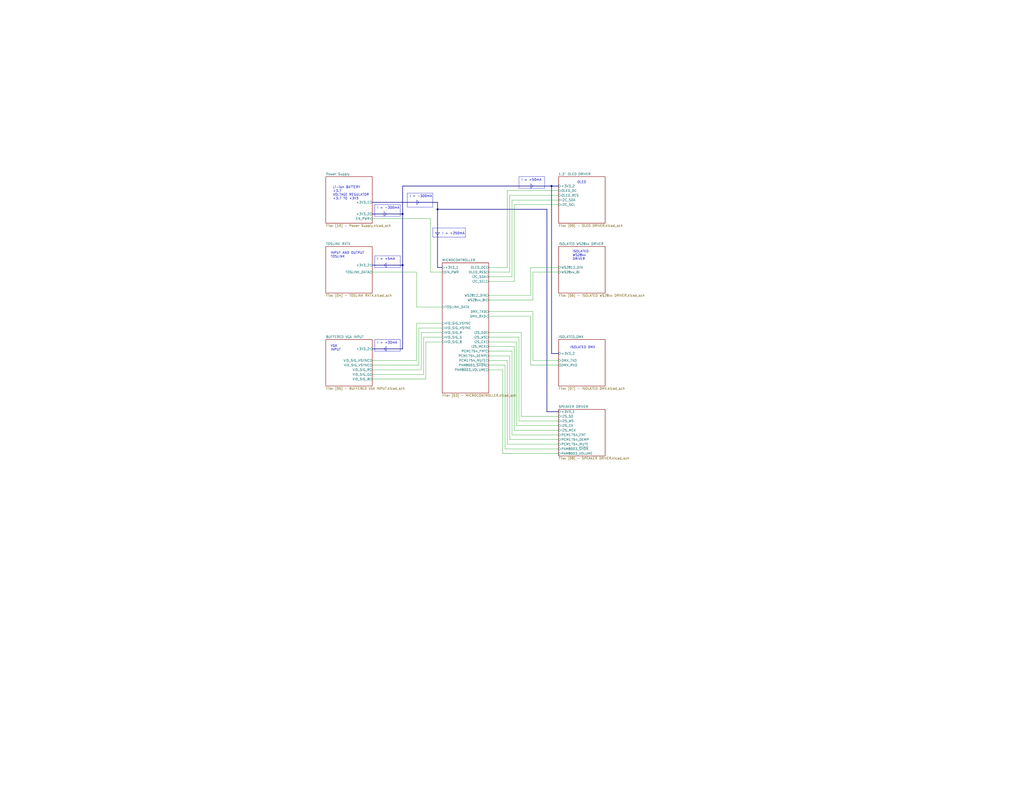
<source format=kicad_sch>
(kicad_sch (version 20230121) (generator eeschema)
  (paper "C")
  (title_block (title "Blender") (date "2023/09/18") (rev "v1.0") (company "Mend0z0") (comment 1 "v1.0") (comment 2 "RELEASED") (comment 3 "Siavash Taher Parvar") (comment 4 "_BOM_Blender_v1.0.html") (comment 5 "_HW_Blender.kicad_pcb") (comment 6 "_GBR_Blender_v1.0") (comment 7 "_ASM_Blender_v1.0") (comment 8 "N/A") (comment 9 "Initial version"))
  (lib_symbols)
  (junction (at 238.76 114.3))
  (junction (at 300.99 101.6))
  (junction (at 219.71 116.84))
  (junction (at 219.71 144.78))
  (bus (pts (xy 203.2 116.84) (xy 219.71 116.84)))
  (bus (pts (xy 304.8 193.04) (xy 300.99 193.04)))
  (wire (pts (xy 280.67 234.95) (xy 304.8 234.95)))
  (bus (pts (xy 203.2 144.78) (xy 219.71 144.78)))
  (wire (pts (xy 266.7 201.93) (xy 274.32 201.93)))
  (wire (pts (xy 275.59 245.11) (xy 304.8 245.11)))
  (polyline (pts (xy 218.44 139.7) (xy 218.44 146.05)))
  (wire (pts (xy 266.7 161.29) (xy 289.56 161.29)))
  (bus (pts (xy 238.76 114.3) (xy 298.45 114.3)))
  (bus (pts (xy 203.2 110.49) (xy 238.76 110.49)))
  (wire (pts (xy 266.7 181.61) (xy 284.48 181.61)))
  (wire (pts (xy 229.87 181.61) (xy 241.3 181.61)))
  (bus (pts (xy 219.71 190.5) (xy 203.2 190.5)))
  (polyline (pts (xy 297.18 96.52) (xy 297.18 102.87)))
  (wire (pts (xy 289.56 161.29) (xy 289.56 146.05)))
  (wire (pts (xy 203.2 199.39) (xy 228.6 199.39)))
  (polyline (pts (xy 227.33 111.76) (xy 228.6 110.49)))
  (polyline (pts (xy 204.47 118.11) (xy 204.47 111.76)))
  (polyline (pts (xy 236.22 124.46) (xy 236.22 129.54)))
  (polyline (pts (xy 222.25 105.41) (xy 236.22 105.41)))
  (polyline (pts (xy 218.44 111.76) (xy 218.44 118.11)))
  (wire (pts (xy 266.7 189.23) (xy 280.67 189.23)))
  (polyline (pts (xy 283.21 102.87) (xy 283.21 96.52)))
  (polyline (pts (xy 204.47 185.42) (xy 218.44 185.42)))
  (polyline (pts (xy 254 124.46) (xy 254 129.54)))
  (wire (pts (xy 228.6 179.07) (xy 241.3 179.07)))
  (wire (pts (xy 276.86 146.05) (xy 276.86 104.14)))
  (wire (pts (xy 266.7 172.72) (xy 289.56 172.72)))
  (wire (pts (xy 276.86 242.57) (xy 304.8 242.57)))
  (polyline (pts (xy 237.49 127) (xy 238.76 128.27)))
  (polyline (pts (xy 209.55 144.78) (xy 210.82 146.05)))
  (bus (pts (xy 298.45 224.79) (xy 304.8 224.79)))
  (polyline (pts (xy 204.47 191.77) (xy 204.47 185.42)))
  (wire (pts (xy 289.56 199.39) (xy 304.8 199.39)))
  (wire (pts (xy 289.56 172.72) (xy 289.56 199.39)))
  (wire (pts (xy 284.48 181.61) (xy 284.48 227.33)))
  (wire (pts (xy 278.13 240.03) (xy 304.8 240.03)))
  (wire (pts (xy 279.4 191.77) (xy 279.4 237.49)))
  (wire (pts (xy 203.2 196.85) (xy 227.33 196.85)))
  (wire (pts (xy 266.7 194.31) (xy 278.13 194.31)))
  (polyline (pts (xy 210.82 116.84) (xy 209.55 115.57)))
  (polyline (pts (xy 222.25 113.03) (xy 236.22 113.03)))
  (wire (pts (xy 266.7 146.05) (xy 276.86 146.05)))
  (polyline (pts (xy 210.82 143.51) (xy 209.55 144.78)))
  (polyline (pts (xy 204.47 146.05) (xy 204.47 139.7)))
  (wire (pts (xy 284.48 227.33) (xy 304.8 227.33)))
  (bus (pts (xy 300.99 193.04) (xy 300.99 101.6)))
  (wire (pts (xy 234.95 148.59) (xy 241.3 148.59)))
  (wire (pts (xy 290.83 148.59) (xy 304.8 148.59)))
  (polyline (pts (xy 283.21 96.52) (xy 297.18 96.52)))
  (bus (pts (xy 219.71 144.78) (xy 219.71 190.5)))
  (bus (pts (xy 219.71 116.84) (xy 219.71 144.78)))
  (polyline (pts (xy 204.47 139.7) (xy 218.44 139.7)))
  (wire (pts (xy 231.14 204.47) (xy 231.14 184.15)))
  (wire (pts (xy 234.95 119.38) (xy 234.95 148.59)))
  (wire (pts (xy 275.59 199.39) (xy 275.59 245.11)))
  (polyline (pts (xy 290.83 101.6) (xy 289.56 100.33)))
  (bus (pts (xy 300.99 101.6) (xy 304.8 101.6)))
  (polyline (pts (xy 209.55 118.11) (xy 210.82 116.84)))
  (wire (pts (xy 283.21 229.87) (xy 304.8 229.87)))
  (wire (pts (xy 266.7 184.15) (xy 283.21 184.15)))
  (wire (pts (xy 266.7 148.59) (xy 278.13 148.59)))
  (wire (pts (xy 266.7 186.69) (xy 281.94 186.69)))
  (bus (pts (xy 219.71 116.84) (xy 219.71 101.6)))
  (wire (pts (xy 266.7 191.77) (xy 279.4 191.77)))
  (wire (pts (xy 278.13 194.31) (xy 278.13 240.03)))
  (wire (pts (xy 274.32 247.65) (xy 304.8 247.65)))
  (polyline (pts (xy 209.55 190.5) (xy 210.82 191.77)))
  (wire (pts (xy 280.67 189.23) (xy 280.67 234.95)))
  (wire (pts (xy 278.13 106.68) (xy 304.8 106.68)))
  (polyline (pts (xy 209.55 118.11) (xy 209.55 115.57)))
  (polyline (pts (xy 289.56 102.87) (xy 289.56 100.33)))
  (wire (pts (xy 227.33 176.53) (xy 241.3 176.53)))
  (polyline (pts (xy 204.47 118.11) (xy 218.44 118.11)))
  (wire (pts (xy 227.33 167.64) (xy 241.3 167.64)))
  (wire (pts (xy 279.4 109.22) (xy 304.8 109.22)))
  (polyline (pts (xy 238.76 128.27) (xy 240.03 127)))
  (polyline (pts (xy 227.33 111.76) (xy 227.33 109.22)))
  (wire (pts (xy 227.33 196.85) (xy 227.33 176.53)))
  (wire (pts (xy 266.7 153.67) (xy 280.67 153.67)))
  (polyline (pts (xy 254 129.54) (xy 236.22 129.54)))
  (wire (pts (xy 227.33 148.59) (xy 227.33 167.64)))
  (wire (pts (xy 266.7 196.85) (xy 276.86 196.85)))
  (wire (pts (xy 266.7 163.83) (xy 290.83 163.83)))
  (wire (pts (xy 290.83 196.85) (xy 304.8 196.85)))
  (wire (pts (xy 280.67 153.67) (xy 280.67 111.76)))
  (wire (pts (xy 290.83 170.18) (xy 290.83 196.85)))
  (wire (pts (xy 228.6 199.39) (xy 228.6 179.07)))
  (polyline (pts (xy 228.6 110.49) (xy 227.33 109.22)))
  (wire (pts (xy 229.87 201.93) (xy 229.87 181.61)))
  (wire (pts (xy 203.2 201.93) (xy 229.87 201.93)))
  (polyline (pts (xy 289.56 102.87) (xy 290.83 101.6)))
  (bus (pts (xy 219.71 101.6) (xy 300.99 101.6)))
  (bus (pts (xy 238.76 114.3) (xy 238.76 146.05)))
  (wire (pts (xy 232.41 207.01) (xy 232.41 186.69)))
  (wire (pts (xy 266.7 170.18) (xy 290.83 170.18)))
  (wire (pts (xy 203.2 148.59) (xy 227.33 148.59)))
  (wire (pts (xy 274.32 201.93) (xy 274.32 247.65)))
  (bus (pts (xy 298.45 114.3) (xy 298.45 224.79)))
  (wire (pts (xy 276.86 104.14) (xy 304.8 104.14)))
  (polyline (pts (xy 210.82 189.23) (xy 209.55 190.5)))
  (wire (pts (xy 231.14 184.15) (xy 241.3 184.15)))
  (wire (pts (xy 279.4 237.49) (xy 304.8 237.49)))
  (polyline (pts (xy 237.49 127) (xy 240.03 127)))
  (polyline (pts (xy 204.47 146.05) (xy 218.44 146.05)))
  (wire (pts (xy 266.7 151.13) (xy 279.4 151.13)))
  (wire (pts (xy 203.2 119.38) (xy 234.95 119.38)))
  (wire (pts (xy 281.94 186.69) (xy 281.94 232.41)))
  (wire (pts (xy 203.2 207.01) (xy 232.41 207.01)))
  (wire (pts (xy 276.86 196.85) (xy 276.86 242.57)))
  (wire (pts (xy 290.83 163.83) (xy 290.83 148.59)))
  (wire (pts (xy 289.56 146.05) (xy 304.8 146.05)))
  (bus (pts (xy 241.3 146.05) (xy 238.76 146.05)))
  (polyline (pts (xy 210.82 143.51) (xy 210.82 146.05)))
  (wire (pts (xy 281.94 232.41) (xy 304.8 232.41)))
  (polyline (pts (xy 204.47 191.77) (xy 218.44 191.77)))
  (polyline (pts (xy 218.44 185.42) (xy 218.44 191.77)))
  (wire (pts (xy 283.21 184.15) (xy 283.21 229.87)))
  (polyline (pts (xy 283.21 102.87) (xy 297.18 102.87)))
  (polyline (pts (xy 210.82 189.23) (xy 210.82 191.77)))
  (wire (pts (xy 279.4 151.13) (xy 279.4 109.22)))
  (polyline (pts (xy 236.22 105.41) (xy 236.22 113.03)))
  (bus (pts (xy 238.76 110.49) (xy 238.76 114.3)))
  (wire (pts (xy 266.7 199.39) (xy 275.59 199.39)))
  (wire (pts (xy 280.67 111.76) (xy 304.8 111.76)))
  (wire (pts (xy 232.41 186.69) (xy 241.3 186.69)))
  (polyline (pts (xy 236.22 124.46) (xy 254 124.46)))
  (wire (pts (xy 278.13 148.59) (xy 278.13 106.68)))
  (polyline (pts (xy 204.47 111.76) (xy 218.44 111.76)))
  (wire (pts (xy 203.2 204.47) (xy 231.14 204.47)))
  (polyline (pts (xy 222.25 113.03) (xy 222.25 105.41)))
  (text "INPUT AND OUTPUT\nTOSLINK" (at 180.34 140.97 0) (effects (font (size 1.27 1.27)) (justify left bottom)))
  (text "I = -300mA" (at 223.52 107.95 0) (effects (font (size 1.27 1.27)) (justify left bottom)))
  (text "I = -300mA" (at 205.74 114.3 0) (effects (font (size 1.27 1.27)) (justify left bottom)))
  (text "I = +30mA" (at 205.74 187.96 0) (effects (font (size 1.27 1.27)) (justify left bottom)))
  (text "I = +250mA" (at 241.3 128.27 0) (effects (font (size 1.27 1.27)) (justify left bottom)))
  (text "OLED" (at 314.96 100.33 0) (effects (font (size 1.27 1.27)) (justify left bottom)))
  (text "VGA\nINPUT" (at 180.34 191.77 0) (effects (font (size 1.27 1.27)) (justify left bottom)))
  (text "Li-ion BATTERY\n+3.7\nVOLTAGE REGULATOR\n+3.7 TO +3V3" (at 181.61 109.22 0) (effects (font (size 1.27 1.27)) (justify left bottom)))
  (text "ISOLATED DMX" (at 311.15 190.5 0) (effects (font (size 1.27 1.27)) (justify left bottom)))
  (text "I = +5mA" (at 205.74 142.24 0) (effects (font (size 1.27 1.27)) (justify left bottom)))
  (text "ISOLATED\nWS28xx\nDRIVER" (at 312.42 142.24 0) (effects (font (size 1.27 1.27)) (justify left bottom)))
  (text "I = +50mA" (at 284.48 99.06 0) (effects (font (size 1.27 1.27)) (justify left bottom)))
  (sheet (at 177.8 185.42) (size 25.4 25.4) (stroke (width 0.1524))
    (property "Sheetname" "BUFFERED VGA INPUT" (at 177.8 184.7084 0) (effects (justify left bottom)))
    (property "Sheetfile" "[05] - BUFFERED VGA INPUT.kicad_sch" (at 177.8 211.4046 0) (effects (justify left top)))
    (pin "VID_SIG_VSYNC" output (at 203.2 199.39 0))
    (pin "VID_SIG_B" output (at 203.2 207.01 0))
    (pin "VID_SIG_R" output (at 203.2 201.93 0))
    (pin "VID_SIG_G" output (at 203.2 204.47 0))
    (pin "VID_SIG_HSYNC" output (at 203.2 196.85 0))
    (pin "+3V3_2" input (at 203.2 190.5 0))
  )
  (sheet (at 177.8 134.62) (size 25.4 25.4) (stroke (width 0.1524))
    (property "Sheetname" "TOSLINK RXTX" (at 177.8 133.9084 0) (effects (justify left bottom)))
    (property "Sheetfile" "[04] - TOSLINK RXTX.kicad_sch" (at 177.8 160.6046 0) (effects (justify left top)))
    (pin "TOSLINK_DATA" output (at 203.2 148.59 0))
    (pin "+3V3_2" input (at 203.2 144.78 0))
  )
  (sheet (at 304.8 223.52) (size 25.4 25.4) (stroke (width 0.1524))
    (property "Sheetname" "SPEAKER DRIVER" (at 304.8 222.8084 0) (effects (justify left bottom)))
    (property "Sheetfile" "[08] - SPEAKER DRIVER.kicad_sch" (at 304.8 249.5046 0) (effects (justify left top)))
    (pin "PAM8003_VOLUME" input (at 304.8 247.65 180))
    (pin "PAM8003_~{SHDN}" input (at 304.8 245.11 180))
    (pin "+3V3_1" input (at 304.8 224.79 180))
    (pin "I2S_CK" input (at 304.8 232.41 180))
    (pin "I2S_WS" input (at 304.8 229.87 180))
    (pin "I2S_SD" input (at 304.8 227.33 180))
    (pin "PCM1754_DEMP" input (at 304.8 240.03 180))
    (pin "I2S_MCK" input (at 304.8 234.95 180))
    (pin "PCM1754_MUTE" input (at 304.8 242.57 180))
    (pin "PCM1754_FMT" input (at 304.8 237.49 180))
  )
  (sheet (at 241.3 143.51) (size 25.4 71.12) (stroke (width 0.1524))
    (property "Sheetname" "MICROCONTROLLER" (at 241.3 142.7984 0) (effects (justify left bottom)))
    (property "Sheetfile" "[03] - MICROCONTROLLER.kicad_sch" (at 241.3 215.2146 0) (effects (justify left top)))
    (pin "+3V3_1" input (at 241.3 146.05 180))
    (pin "I2C_SCL" output (at 266.7 153.67 0))
    (pin "I2C_SDA" bidirectional (at 266.7 151.13 0))
    (pin "OLED_RES" output (at 266.7 148.59 0))
    (pin "I2S_MCK" output (at 266.7 189.23 0))
    (pin "OLED_DC" output (at 266.7 146.05 0))
    (pin "WS2812_DIN" output (at 266.7 161.29 0))
    (pin "I2S_CK" output (at 266.7 186.69 0))
    (pin "I2S_SD" output (at 266.7 181.61 0))
    (pin "WS28xx_BI" output (at 266.7 163.83 0))
    (pin "TOSLINK_DATA" input (at 241.3 167.64 180))
    (pin "DMX_TXD" output (at 266.7 170.18 0))
    (pin "DMX_RXD" input (at 266.7 172.72 0))
    (pin "I2S_WS" output (at 266.7 184.15 0))
    (pin "VID_SIG_B" input (at 241.3 186.69 180))
    (pin "PAM8003_~{SHDN}" output (at 266.7 199.39 0))
    (pin "PAM8003_VOLUME" output (at 266.7 201.93 0))
    (pin "VID_SIG_VSYNC" input (at 241.3 176.53 180))
    (pin "VID_SIG_HSYNC" input (at 241.3 179.07 180))
    (pin "PCM1754_FMT" output (at 266.7 191.77 0))
    (pin "PCM1754_MUTE" output (at 266.7 196.85 0))
    (pin "PCM1754_DEMP" output (at 266.7 194.31 0))
    (pin "VID_SIG_G" input (at 241.3 184.15 180))
    (pin "VID_SIG_R" input (at 241.3 181.61 180))
    (pin "EN_PWR" output (at 241.3 148.59 180))
  )
  (sheet (at 177.8 96.52) (size 25.4 25.4) (stroke (width 0.1524))
    (property "Sheetname" "Power Supply" (at 177.8 95.8084 0) (effects (justify left bottom)))
    (property "Sheetfile" "[10] - Power Supply.kicad_sch" (at 177.8 122.5046 0) (effects (justify left top)))
    (pin "EN_PWR" input (at 203.2 119.38 0))
    (pin "+3V3_2" output (at 203.2 116.84 0))
    (pin "+3V3_1" output (at 203.2 110.49 0))
  )
  (sheet (at 304.8 134.62) (size 25.4 25.4) (stroke (width 0.1524))
    (property "Sheetname" "ISOLATED WS28xx DRIVER" (at 304.8 133.9084 0) (effects (justify left bottom)))
    (property "Sheetfile" "[06] - ISOLATED WS28xx DRIVER.kicad_sch" (at 304.8 160.6046 0) (effects (justify left top)))
    (pin "WS2812_DIN" input (at 304.8 146.05 180))
    (pin "WS28xx_BI" input (at 304.8 148.59 180))
  )
  (sheet (at 304.8 96.52) (size 25.4 25.4) (stroke (width 0.1524))
    (property "Sheetname" "1.3\" OLED DRIVER" (at 304.8 95.8084 0) (effects (justify left bottom)))
    (property "Sheetfile" "[09] - OLED DRIVER.kicad_sch" (at 304.8 122.5046 0) (effects (justify left top)))
    (pin "OLED_DC" input (at 304.8 104.14 180))
    (pin "OLED_RES" input (at 304.8 106.68 180))
    (pin "I2C_SCL" input (at 304.8 111.76 180))
    (pin "I2C_SDA" bidirectional (at 304.8 109.22 180))
    (pin "+3V3_2" input (at 304.8 101.6 180))
  )
  (sheet (at 304.8 185.42) (size 25.4 25.4) (stroke (width 0.1524))
    (property "Sheetname" "ISOLATED_DMX" (at 304.8 184.7084 0) (effects (justify left bottom)))
    (property "Sheetfile" "[07] - ISOLATED DMX.kicad_sch" (at 304.8 211.4046 0) (effects (justify left top)))
    (pin "DMX_RXD" output (at 304.8 199.39 180))
    (pin "DMX_TXD" input (at 304.8 196.85 180))
    (pin "+3V3_2" input (at 304.8 193.04 180))
  )
)
</source>
